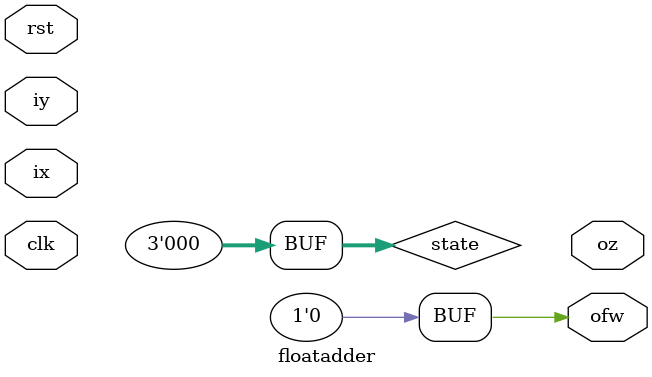
<source format=v>
module floatadder (clk, rst, ix, iy, oz, ofw);

input clk, rst;
input [31:0] ix, iy;
output reg [31:0] oz;
output ofw;
reg [23:0] xm, ym, zm;
reg [7:0] xe, ye, ze;
reg zs;
reg mc;
reg [2:0] state, nextstate;
parameter start = 3'b000, zerock = 3'b001, exequal = 3'b010, addm = 3'b011, infifl = 3'b100, zerofl = 3'b101, over = 3'b110;
assign ofw = state == over ? 1 : 0;

always @ (posedge clk)
    if (!rst)
        state <= start;
    else
        state <= nextstate;

always @ (state)
    case (state)
        start:
            begin
                xe <= ix[30:23];
                xm <= {1'b1, ix[22:0]};
                ye <= iy[30:23];
                ym <= {1'b1, iy[22:0]};
                nextstate <= zerock;
            end
        
        zerock:
            begin
                if (xm == 0)
                    begin
                        {ze, zm} <= {ye, ym};
                        nextstate <= over;
                    end
                else if (ym == 0)
                    begin
                        {ze, zm} <= {xe, xm};
                        nextstate <= over;
                    end
                else
                    nextstate <= exequal;
            end
        
        exequal:
            begin
                if (xe == ye)
                    nextstate <= addm;
                else if (xe > ye)
                    begin
                        ye <= ye + 1;
                        ym <= {1'b0, ym[23:1]};
                        if (ym == 0)
                            begin
                                zm <= xm;
                                ze <= xe;
                                zs <= ix[31];
                                oz <= {zs, ze, zm[23:1]};
                                nextstate <= over;
                            end
                        else
                            nextstate <= exequal;
                    end
                else
                    begin
                        xe <= xe + 1;
                        xm <= {1'b0, xm[23:1]};
                        if (xm == 0)
                            begin
                                zm <= ym;
                                ze <= ye;
                                zs <= iy[31];
                                oz <= {zs, ze, zm[23:1]};
                                nextstate <= over;
                            end
                        else
                            nextstate <= exequal;
                    end  
            end

        addm:
            begin
                ze <= xe;
                if (iy[31])
                    {mc, zm} <= xm + (~ym);
                else
                    {mc, zm} <= xm + ym;
                
                if (zm == 24'b0)
                    nextstate <= over;
                else
                    nextstate <= infifl;
            end

        infifl:
            begin
                if (mc)
                    begin
                        zm <= {mc, zm[23:1]};
                        ze <= ze + 1;
                        zs <= ix[31];
                        oz <= {zs, ze, zm[22:0]};
                        if (ze == 8'b1111_1111)
                            nextstate <= over;
                        else
                            nextstate <= zerofl;
                    end
                else
                    nextstate <= zerofl;
            end

        zerofl:
            begin
                if (zm[23] == 1'b1)
                    begin
                        zm <= {1'b0, zm[23:1]};
                        ze <= ze - 1;
                        zs <= ix[31];
                        oz <= {zs, ze, zm[22:0]};
                        nextstate <= zerofl;
                    end
                else
                    if (zm[23:22] == 2'b0)
                        begin
                            zm <= {zm[22:0], 1'b0};
                            ze <= ze + 1;
                            zs <= ix[31];
                            oz <= {zs, ze, zm[22:0]};
                            if (ze == 8'b1111_1111)
                                nextstate <= over;
                            else
                                nextstate <= zerofl;
                        end
                    else
                        nextstate <= over;
            end

        over:
            begin
            end

        default: state <= start;
    endcase
endmodule
</source>
